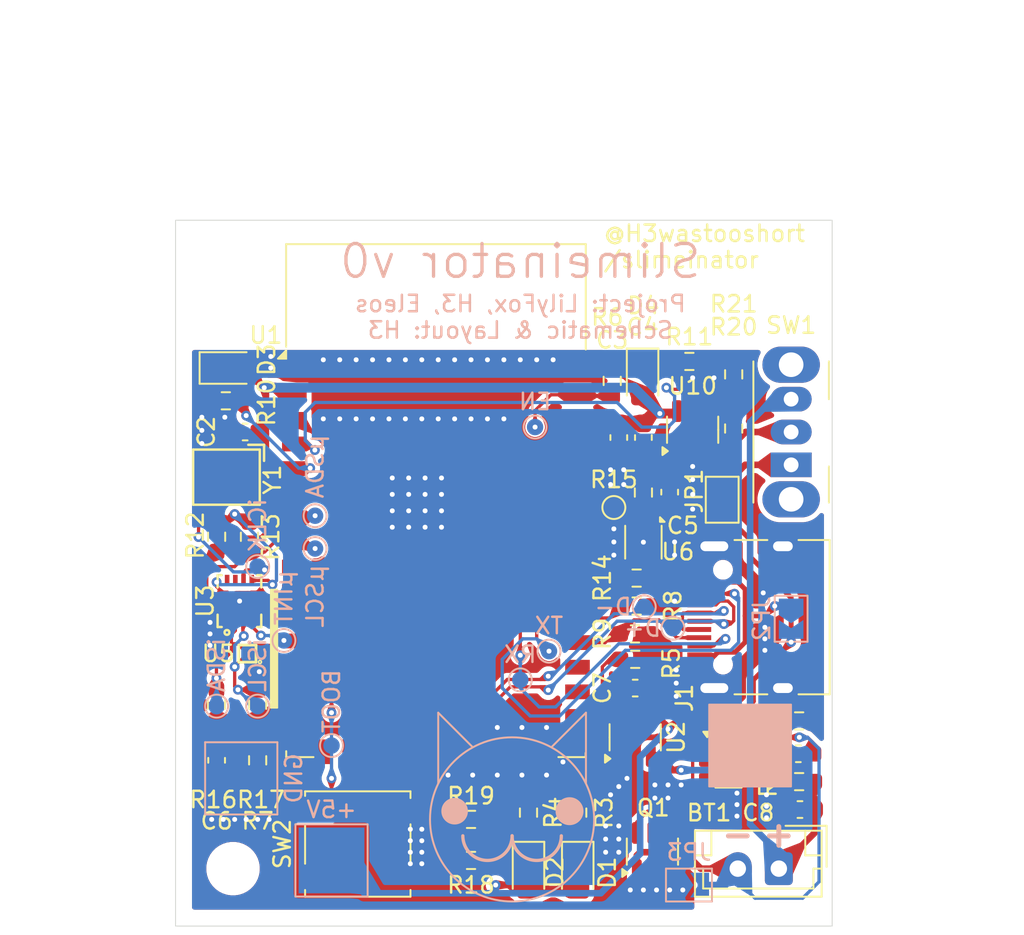
<source format=kicad_pcb>
(kicad_pcb (version 20241229) (generator "pcbnew") (generator_version "9.0")
  (title_block (title "Slimeinator") (rev "0"))
  (layers (0 "F.Cu" signal) (2 "B.Cu" signal) (13 "F.Paste" user) (15 "B.Paste" user) (5 "F.SilkS" user "F.Silkscreen") (7 "B.SilkS" user "B.Silkscreen") (1 "F.Mask" user) (3 "B.Mask" user) (25 "Edge.Cuts" user))
  (net 0 "")
  (net 1 "-BATT")
  (net 2 "+BATT")
  (net 3 "Net-(U7-VCC)")
  (net 4 "+5V")
  (net 5 "Net-(D1-K)")
  (net 6 "Net-(D2-K)")
  (net 7 "Net-(D3-K)")
  (net 8 "+3V3")
  (net 9 "/D-")
  (net 10 "GND")
  (net 11 "/D+")
  (net 12 "/RX")
  (net 13 "/TX")
  (net 14 "Net-(U7-CS)")
  (net 15 "Net-(U2-PROG)")
  (net 16 "/BOOT")
  (net 17 "Net-(U1-IO02)")
  (net 18 "/TMS")
  (net 22 "/TCK")
  (net 25 "/SCL")
  (net 26 "/SCL_IMU")
  (net 27 "/IMU_CLK")
  (net 28 "/INT")
  (net 31 "/SDA_IMU")
  (net 36 "/SDA")
  (net 37 "Net-(JP1-B)")
  (net 38 "VBUS")
  (net 40 "Net-(U6-EN)")
  (net 41 "Net-(U6-ILIM)")
  (net 47 "/TDO")
  (net 51 "/BAT_CHG")
  (net 52 "/BAT_FULL")
  (net 53 "Net-(D4-K)")
  (net 54 "+VSW")
  (net 55 "/TDI")
  (net 56 "/EN")
  (net 59 "Net-(U1-IO17)")
  (net 60 "Net-(U1-IO18)")
  (net 61 "/VBUS_FLT")
  (net 62 "Net-(Q1-G2)")
  (net 63 "Net-(Q1-G1)")
  (net 64 "/CC1")
  (net 65 "/CC2")
  (net 67 "/BAT_SENSE")
  (footprint "Resistor_SMD:R_0603_1608Metric_Pad0.98x0.95mm_HandSolder" (layer "F.Cu") (at 171 62.25)
    (property "Reference" "R5")
    (property "Value" "1k68")
  )
  (footprint "Resistor_SMD:R_0603_1608Metric_Pad0.98x0.95mm_HandSolder" (layer "F.Cu") (at 177 44.8875 90)
    (property "Reference" "R20")
    (property "Value" "1k")
  )
  (footprint "Capacitor_SMD:C_0603_1608Metric_Pad1.08x0.95mm_HandSolder" (layer "F.Cu") (at 171.5 48.7375 -90)
    (property "Reference" "C4")
    (property "Value" "10u")
  )
  (footprint "LED_SMD:LED_0805_2012Metric_Pad1.15x1.40mm_HandSolder" (layer "F.Cu") (at 167.5 75.225 -90)
    (property "Reference" "D1")
    (property "Value" "yellow")
  )
  (footprint "Jumper:SolderJumper-2_P1.3mm_Open_TrianglePad1.0x1.5mm" (layer "F.Cu") (at 176.3 52.525 90)
    (property "Reference" "JP1")
    (property "Value" "SolderJumper_2_Open")
  )
  (footprint "Capacitor_SMD:C_0603_1608Metric_Pad1.08x0.95mm_HandSolder" (layer "F.Cu") (at 173.1 52.0625 -90)
    (property "Reference" "C5")
    (property "Value" "100n")
  )
  (footprint "Capacitor_SMD:C_0603_1608Metric_Pad1.08x0.95mm_HandSolder" (layer "F.Cu") (at 180.9375 68)
    (property "Reference" "C1")
    (property "Value" "100n")
  )
  (footprint "Resistor_SMD:R_0603_1608Metric_Pad0.98x0.95mm_HandSolder" (layer "F.Cu") (at 171.0875 59)
    (property "Reference" "R8")
    (property "Value" "5k1")
  )
  (footprint "Resistor_SMD:R_0603_1608Metric_Pad0.98x0.95mm_HandSolder" (layer "F.Cu") (at 171.5 52.0875 90)
    (property "Reference" "R15")
    (property "Value" "150k")
  )
  (footprint "Capacitor_SMD:C_0603_1608Metric_Pad1.08x0.95mm_HandSolder" (layer "F.Cu") (at 170 48.7375 -90)
    (property "Reference" "C3")
    (property "Value" "100n")
  )
  (footprint "Connector_JST:JST_EH_B2B-EH-A_1x02_P2.50mm_Vertical" (layer "F.Cu") (at 179.75 75 180)
    (property "Reference" "BT1")
    (property "Value" "804040 Li-Po")
  )
  (footprint "Resistor_SMD:R_0603_1608Metric_Pad0.98x0.95mm_HandSolder" (layer "F.Cu") (at 145.5 54.7825 -90)
    (property "Reference" "R12")
    (property "Value" "4k7")
  )
  (footprint "Capacitor_SMD:C_0603_1608Metric_Pad1.08x0.95mm_HandSolder" (layer "F.Cu") (at 171 64 180)
    (property "Reference" "C7")
    (property "Value" "100n")
  )
  (footprint "Package_TO_SOT_SMD:SOT-23-6" (layer "F.Cu") (at 172.05 73.9625 90)
    (property "Reference" "Q1")
    (property "Value" "8205A")
  )
  (footprint "Resistor_SMD:R_0603_1608Metric_Pad0.98x0.95mm_HandSolder" (layer "F.Cu") (at 164.5 71.5875 90)
    (property "Reference" "R4")
    (property "Value" "1k")
  )
  (footprint "Resistor_SMD:R_0603_1608Metric_Pad0.98x0.95mm_HandSolder" (layer "F.Cu") (at 177 48.1875 90)
    (property "Reference" "R21")
    (property "Value" "1k")
  )
  (footprint "MountingHole:MountingHole_2.7mm_M2.5_ISO14580" (layer "F.Cu") (at 146.5 39)
    (property "Reference" "REF**" (hide yes))
    (property "Value" "MountingHole_2.7mm_M2.5_ISO14580")
  )
  (footprint "Resistor_SMD:R_0603_1608Metric_Pad0.98x0.95mm_HandSolder" (layer "F.Cu") (at 148 68.4 -90)
    (property "Reference" "R7")
    (property "Value" "1k")
  )
  (footprint "easyeda2kicad:X1-WLB0808-4_L0.8-W0.8-P0.40-TL" (layer "F.Cu") (at 147.380479 61.9 180)
    (property "Reference" "U5")
    (property "Value" "QMC6309")
  )
  (footprint "MountingHole:MountingHole_2.7mm_M2.5_ISO14580" (layer "F.Cu") (at 180.5 39)
    (property "Reference" "REF**" (hide yes))
    (property "Value" "MountingHole_2.7mm_M2.5_ISO14580")
  )
  (footprint "Capacitor_SMD:C_0603_1608Metric_Pad1.08x0.95mm_HandSolder" (layer "F.Cu") (at 181.0375 71.4 180)
    (property "Reference" "C8")
    (property "Value" "100n")
  )
  (footprint "LED_SMD:LED_0805_2012Metric_Pad1.15x1.40mm_HandSolder" (layer "F.Cu") (at 171.45 45.175 -90)
    (property "Reference" "D4")
    (property "Value" "white")
  )
  (footprint "Resistor_SMD:R_0603_1608Metric_Pad0.98x0.95mm_HandSolder" (layer "F.Cu") (at 180.9875 69.7)
    (property "Reference" "R2")
    (property "Value" "100")
  )
  (footprint "Resistor_SMD:R_0603_1608Metric_Pad0.98x0.95mm_HandSolder" (layer "F.Cu") (at 161 74.5)
    (property "Reference" "R18")
    (property "Value" "300k")
  )
  (footprint "Package_SON:WSON-6-1EP_2x2mm_P0.65mm_EP1x1.6mm" (layer "F.Cu") (at 171.5 55.1125 -90)
    (property "Reference" "U6")
    (property "Value" "TPS25200DRVR")
  )
  (footprint "LED_SMD:LED_0805_2012Metric_Pad1.15x1.40mm_HandSolder" (layer "F.Cu") (at 146.324293 44.499293)
    (property "Reference" "D3")
    (property "Value" "yellow")
  )
  (footprint "Resistor_SMD:R_0603_1608Metric_Pad0.98x0.95mm_HandSolder" (layer "F.Cu") (at 146.061793 46.499293)
    (property "Reference" "R10")
    (property "Value" "1k")
  )
  (footprint "Resistor_SMD:R_0603_1608Metric_Pad0.98x0.95mm_HandSolder" (layer "F.Cu") (at 147.5 54.7825 -90)
    (property "Reference" "R13")
    (property "Value" "4k7")
  )
  (footprint "easyeda2kicad:LGA-14_L3.0-W2.5-P0.50-TL" (layer "F.Cu") (at 146.89 58.7 90)
    (property "Reference" "U3")
    (property "Value" "ICM-45686")
  )
  (footprint "Resistor_SMD:R_0603_1608Metric_Pad0.98x0.95mm_HandSolder" (layer "F.Cu") (at 180.9875 66)
    (property "Reference" "R1")
    (property "Value" "1k")
  )
  (footprint "Resistor_SMD:R_0603_1608Metric_Pad0.98x0.95mm_HandSolder" (layer "F.Cu") (at 169.6 45.2875 -90)
    (property "Reference" "R6")
    (property "Value" "1k")
  )
  (footprint "easyeda2kicad:OSC-SMD_4P-L3.2-W2.5-CJ13-320001210A20" (layer "F.Cu") (at 146.1 51.15 180)
    (property "Reference" "Y1")
    (property "Value" "1532H4-32K768JWPDTSNL")
  )
  (footprint "TestPoint:TestPoint_Pad_D1.0mm" (layer "F.Cu") (at 169.7 53)
    (property "Reference" "TP14" (hide yes))
    (property "Value" "VBUS_FLT")
  )
  (footprint "Capacitor_SMD:C_0603_1608Metric_Pad1.08x0.95mm_HandSolder" (layer "F.Cu") (at 145.5 68.4 -90)
    (property "Reference" "C6")
    (property "Value" "1u")
  )
  (footprint "Button_Switch_THT:SW_Slide_SPDT_Angled_CK_OS102011MA1Q" (layer "F.Cu") (at 180.5 50.4 90)
    (property "Reference" "SW1")
    (property "Value" "SK12D07VG4")
  )
  (footprint "Resistor_SMD:R_0603_1608Metric_Pad0.98x0.95mm_HandSolder" (layer "F.Cu") (at 174.3 44.1)
    (property "Reference" "R11")
    (property "Value" "1k")
  )
  (footprint "MountingHole:MountingHole_2.7mm_M2.5_ISO14580" (layer "F.Cu") (at 146.5 75)
    (property "Reference" "REF**" (hide yes))
    (property "Value" "MountingHole_2.7mm_M2.5_ISO14580")
  )
  (footprint "Package_TO_SOT_SMD:SOT-23-6" (layer "F.Cu") (at 176.6875 68.5)
    (property "Reference" "U7")
    (property "Value" "DW01A")
  )
  (footprint "Resistor_SMD:R_0603_1608Metric_Pad0.98x0.95mm_HandSolder" (layer "F.Cu") (at 167.5 71.5875 90)
    (property "Reference" "R3")
    (property "Value" "1k")
  )
  (footprint "Button_Switch_SMD:SW_Push_1P1T_NO_CK_KSC7xxJ" (layer "F.Cu") (at 154.1 73.5 180)
    (property "Reference" "SW2")
    (property "Value" "SW_Push")
  )
  (footprint "Resistor_SMD:R_0603_1608Metric_Pad0.98x0.95mm_HandSolder" (layer "F.Cu") (at 145.49 65.0125 90)
    (property "Reference" "R16")
    (property "Value" "4k7")
  )
  (footprint "Package_TO_SOT_SMD:SOT-23-5" (layer "F.Cu") (at 174.499293 48.2625 90)
    (property "Reference" "U10")
    (property "Value" "AP2112K-3.3")
  )
  (footprint "Resistor_SMD:R_0603_1608Metric_Pad0.98x0.95mm_HandSolder" (layer "F.Cu") (at 171.0865 57.3 180)
    (property "Reference" "R14")
    (property "Value" "300k")
  )
  (footprint "Package_TO_SOT_SMD:TSOT-23-6" (layer "F.Cu") (at 171 67 90)
    (property "Reference" "U2")
    (property "Value" "TP4057")
  )
  (footprint "Resistor_SMD:R_0603_1608Metric_Pad0.98x0.95mm_HandSolder" (layer "F.Cu") (at 161 72)
    (property "Reference" "R19")
    (property "Value" "300k")
  )
  (footprint "LED_SMD:LED_0805_2012Metric_Pad1.15x1.40mm_HandSolder" (layer "F.Cu") (at 164.5 75.225 -90)
    (property "Reference" "D2")
    (property "Value" "white")
  )
  (footprint "Resistor_SMD:R_0603_1608Metric_Pad0.98x0.95mm_HandSolder" (layer "F.Cu") (at 148 65.0125 90)
    (property "Reference" "R17")
    (property "Value" "4k7")
  )
  (footprint "RF_Module:ESP32-S2-WROVER" (layer "F.Cu") (at 158.86 56.405)
    (property "Reference" "U1")
    (property "Value" "ESP32-S2-WROVER")
  )
  (footprint "Connector_USB:USB_C_Receptacle_HRO_TYPE-C-31-M-12" (layer "F.Cu") (at 178.95 59.68 90)
    (property "Reference" "J1")
    (property "Value" "HRO_TYPE-C-31-M-12")
  )
  (footprint "Capacitor_SMD:C_0603_1608Metric_Pad1.08x0.95mm_HandSolder" (layer "F.Cu") (at 147.2375 48.399 180)
    (property "Reference" "C2")
    (property "Value" "100n")
  )
  (footprint "Resistor_SMD:R_0603_1608Metric_Pad0.98x0.95mm_HandSolder" (layer "F.Cu") (at 170.9875 60.7)
    (property "Reference" "R9")
    (property "Value" "5k1")
  )
  (footprint "TestPoint:TestPoint_Pad_D1.0mm" (layer "B.Cu") (at 151.5 55.5 180)
    (property "Reference" "TP4" (hide yes))
    (property "Value" "µSCL")
  )
  (footprint "TestPoint:TestPoint_Pad_4.0x4.0mm" (layer "B.Cu") (at 152.5 74.499293 90)
    (property "Reference" "TP2")
    (property "Value" "+5V")
  )
  (footprint "TestPoint:TestPoint_Pad_D1.0mm" (layer "B.Cu") (at 148.000707 65.1)
    (property "Reference" "TP7" (hide yes))
    (property "Value" "iSCL")
  )
  (footprint "TestPoint:TestPoint_Pad_D1.0mm" (layer "B.Cu") (at 149.599 61.099293)
    (property "Reference" "TP5" (hide yes))
    (property "Value" "µINT")
  )
  (footprint "TestPoint:TestPoint_Pad_D1.0mm" (layer "B.Cu") (at 165.749293 61.750707)
    (property "Reference" "TP12" (hide yes))
    (property "Value" "TX")
  )
  (footprint "TestPoint:TestPoint_Pad_D1.0mm" (layer "B.Cu") (at 171.55 59.05 180)
    (property "Reference" "TP8" (hide yes))
    (property "Value" "D-")
  )
  (footprint "H3_Other:PCBcat" (layer "B.Cu") (at 163.5 72 180)
    (property "Reference" "CAT**" (hide yes))
    (property "Value" "PCBcat" (hide yes))
  )
  (footprint "TestPoint:TestPoint_Pad_D1.0mm" (layer "B.Cu") (at 164 63.5)
    (property "Reference" "TP13" (hide yes))
    (property "Value" "RX")
  )
  (footprint "TestPoint:TestPoint_Pad_4.0x4.0mm" (layer "B.Cu") (at 147 69.5 90)
    (property "Reference" "TP1" (hide yes))
    (property "Value" "GND")
  )
  (footprint "Jumper:SolderJumper-2_P1.3mm_Open_TrianglePad1.0x1.5mm" (layer "B.Cu") (at 174.275 76)
    (property "Reference" "JP3")
    (property "Value" "SolderJumper_2_Open")
  )
  (footprint "Jumper:SolderJumper-2_P1.3mm_Open_TrianglePad1.0x1.5mm" (layer "B.Cu") (at 180.5 59.775 -90)
    (property "Reference" "JP2")
    (property "Value" "SolderJumper_2_Open")
  )
  (footprint "TestPoint:TestPoint_Pad_D1.0mm" (layer "B.Cu") (at 145.5 65.1)
    (property "Reference" "TP6" (hide yes))
    (property "Value" "iSDA")
  )
  (footprint "TestPoint:TestPoint_Pad_D1.0mm" (layer "B.Cu") (at 148 56.6)
    (property "Reference" "TP15" (hide yes))
    (property "Value" "iCLK")
  )
  (footprint "TestPoint:TestPoint_Pad_D1.0mm" (layer "B.Cu") (at 164.9 48.1)
    (property "Reference" "TP10" (hide yes))
    (property "Value" "EN")
  )
  (footprint "TestPoint:TestPoint_Pad_D1.0mm" (layer "B.Cu") (at 173.3 60.35)
    (property "Reference" "TP9" (hide yes))
    (property "Value" "D+")
  )
  (footprint "TestPoint:TestPoint_Pad_D1.0mm" (layer "B.Cu") (at 152.5 67.501)
    (property "Reference" "TP11" (hide yes))
    (property "Value" "BOOT")
  )
  (footprint "TestPoint:TestPoint_Pad_D1.0mm" (layer "B.Cu") (at 151.5 53.5)
    (property "Reference" "TP3" (hide yes))
    (property "Value" "µSDA")
  )
  (gr_rect (start 148.8 58) (end 149.2 65.2) (stroke (width 0.1)) (fill yes) (layer "F.SilkS"))
  (gr_rect (start 175.5 65) (end 180.5 70) (stroke (width 0.1)) (fill yes) (layer "B.SilkS"))
  (gr_rect (start 143 35.5) (end 183 78.5) (stroke (width 0.05)) (fill no) (layer "Edge.Cuts"))
  (gr_text "@H3wastooshort\n/slimeinator" (at 169 38.5 0) (layer "F.SilkS") (effects (font (size 1 1)) (justify left bottom)))
  (gr_text "-" (at 177.25 72.9 0) (layer "B.SilkS") (effects (font (size 1.5 1.5) (thickness 0.3) (bold yes)) (justify mirror)))
  (gr_text "+" (at 179.75 72.9 0) (layer "B.SilkS") (effects (font (size 1.5 1.5) (thickness 0.3) (bold yes)) (justify mirror)))
  (gr_text "Slimeinator v0" (at 164 38 0) (layer "B.SilkS") (effects (font (size 2 2) (thickness 0.2)) (justify mirror)))
  (gr_text "Project: LilyFox, H3, Eleos\nSchematic & Layout: H3" (at 164 40 0) (layer "B.SilkS") (effects (font (size 1 1)) (justify top mirror)))
  (segment (start 181.8 67.3) (end 181.8 68) (width 0.2) (layer "F.Cu") (net 1))
  (segment (start 181 67) (end 181.5 67) (width 0.2) (layer "F.Cu") (net 1))
  (segment (start 177.825 67.55) (end 178.375 67) (width 0.2) (layer "F.Cu") (net 1))
  (segment (start 171.3 74) (end 171.1 74.2) (width 0.4) (layer "F.Cu") (net 1))
  (segment (start 181.5 67) (end 181.8 67.3) (width 0.2) (layer "F.Cu") (net 1))
  (segment (start 174 74) (end 171.3 74) (width 0.4) (layer "F.Cu") (net 1))
  (segment (start 171.1 74.2) (end 171.1 75.1) (width 0.4) (layer "F.Cu") (net 1))
  (segment (start 178.375 67) (end 181 67) (width 0.2) (layer "F.Cu") (net 1))
  (segment (start 177.25 75) (end 175 75) (width 0.4) (layer "F.Cu") (net 1))
  (segment (start 175 75) (end 174 74) (width 0.4) (layer "F.Cu") (net 1))
  (via (at 181 67) (size 0.6) (drill 0.3) (layers "F.Cu" "B.Cu") (net 1))
  (segment (start 177.25 75) (end 177.25 75.25) (width 0.4) (layer "B.Cu") (net 1))
  (segment (start 181 67) (end 181.5 67) (width 0.2) (layer "B.Cu") (net 1))
  (segment (start 182.2 75.8) (end 181.2 76.8) (width 0.2) (layer "B.Cu") (net 1))
  (segment (start 176.5 76) (end 175 76) (width 0.4) (layer "B.Cu") (net 1))
  (segment (start 177.25 75.25) (end 176.5 76) (width 0.4) (layer "B.Cu") (net 1))
  (segment (start 177.25 75.75) (end 177.25 75) (width 0.2) (layer "B.Cu") (net 1))
  (segment (start 182.2 67.7) (end 182.2 75.8) (width 0.2) (layer "B.Cu") (net 1))
  (segment (start 181.5 67) (end 182.2 67.7) (width 0.2) (layer "B.Cu") (net 1))
  (segment (start 181.2 76.8) (end 178.3 76.8) (width 0.2) (layer "B.Cu") (net 1))
  (segment (start 178.3 76.8) (end 177.25 75.75) (width 0.2) (layer "B.Cu") (net 1))
  (segment (start 181.9 71.4) (end 181.9 69.7) (width 0.2) (layer "F.Cu") (net 2))
  (segment (start 173.8 69) (end 173.3 69) (width 0.4) (layer "F.Cu") (net 2))
  (segment (start 181.9 72.85) (end 181.9 71.4) (width 0.4) (layer "F.Cu") (net 2))
  (segment (start 173.3 69) (end 172.4375 68.1375) (width 0.4) (layer "F.Cu") (net 2))
  (segment (start 181.9 72.85) (end 179.75 75) (width 0.4) (layer "F.Cu") (net 2))
  (segment (start 172.4375 68.1375) (end 171.95 68.1375) (width 0.4) (layer "F.Cu") (net 2))
  (via (at 173.8 69) (size 0.6) (drill 0.3) (layers "F.Cu" "B.Cu") (net 2))
  (segment (start 178 72.3) (end 179.1 73.4) (width 0.4) (layer "B.Cu") (net 2))
  (segment (start 178.9 46.9) (end 178 47.8) (width 0.4) (layer "B.Cu") (net 2))
  (segment (start 178 47.8) (end 178 69) (width 0.4) (layer "B.Cu") (net 2))
  (segment (start 179.1 73.4) (end 179.1 74.35) (width 0.4) (layer "B.Cu") (net 2))
  (segment (start 178 69) (end 173.8 69) (width 0.4) (layer "B.Cu") (net 2))
  (segment (start 178 69) (end 178 72.3) (width 0.4) (layer "B.Cu") (net 2))
  (segment (start 179.1 74.35) (end 179.75 75) (width 0.4) (layer "B.Cu") (net 2))
  (segment (start 180.5 46.9) (end 178.9 46.9) (width 0.4) (layer "B.Cu") (net 2))
  (segment (start 177.825 68.5) (end 179.775 68.5) (width 0.2) (layer "F.Cu") (net 3))
  (segment (start 180.075 69.7) (end 180.075 68) (width 0.2) (layer "F.Cu") (net 3))
  (segment (start 179.775 68.5) (end 180.275 68) (width 0.2) (layer "F.Cu") (net 3))
  (segment (start 180.275 69.9) (end 180.175 70) (width 0.2) (layer "F.Cu") (net 3))
  (segment (start 180.5 61.2) (end 180.5 58.5) (width 0.3) (layer "F.Cu") (net 4))
  (segment (start 178 54.95) (end 176.3 53.25) (width 0.3) (layer "F.Cu") (net 4))
  (segment (start 172.15 54.15) (end 172.15 54.225) (width 0.3) (layer "F.Cu") (net 4))
  (segment (start 180.5 58.5) (end 178 56) (width 0.3) (layer "F.Cu") (net 4))
  (segment (start 171.95 65.8625) (end 171.95 64.0875) (width 0.4) (layer "F.Cu") (net 4))
  (segment (start 178 56) (end 178 54.95) (width 0.3) (layer "F.Cu") (net 4))
  (segment (start 178.2 63.5) (end 178.2 64.8) (width 0.3) (layer "F.Cu") (net 4))
  (segment (start 174.2 65.3) (end 173 66.5) (width 0.3) (layer "F.Cu") (net 4))
  (segment (start 175.35 54.2) (end 172.2 54.2) (width 0.3) (layer "F.Cu") (net 4))
  (segment (start 167.5 76.5) (end 167.6 76.5) (width 0.2) (layer "F.Cu") (net 4))
  (segment (start 167.85 76.25) (end 167.5 76.25) (width 0.4) (layer "F.Cu") (net 4))
  (segment (start 173 66.5) (end 173 66.4) (width 0.4) (layer "F.Cu") (net 4))
  (segment (start 172.4625 65.8625) (end 171.95 65.8625) (width 0.4) (layer "F.Cu") (net 4))
  (segment (start 172.2 54.2) (end 172.15 54.15) (width 0.3) (layer "F.Cu") (net 4))
  (segment (start 178.2 64.8) (end 177.7 65.3) (width 0.3) (layer "F.Cu") (net 4))
  (segment (start 167.85 76.25) (end 164.5 76.25) (width 0.4) (layer "F.Cu") (net 4))
  (segment (start 171.95 64.0875) (end 171.8625 64) (width 0.4) (layer "F.Cu") (net 4))
  (segment (start 176.3 53.25) (end 175.35 54.2) (width 0.3) (layer "F.Cu") (net 4))
  (segment (start 180.5 61.2) (end 178.2 63.5) (width 0.3) (layer "F.Cu") (net 4))
  (segment (start 173 66.4) (end 172.4625 65.8625) (width 0.4) (layer "F.Cu") (net 4))
  (segment (start 177.7 65.3) (end 174.2 65.3) (width 0.3) (layer "F.Cu") (net 4))
  (segment (start 164.25 76) (end 164.5 76.25) (width 0.4) (layer "F.Cu") (net 4))
  (segment (start 162.5 76) (end 164.25 76) (width 0.4) (layer "F.Cu") (net 4))
  (via (at 162.5 76) (size 0.6) (drill 0.3) (layers "F.Cu" "B.Cu") (net 4))
  (via (at 173 66.5) (size 0.6) (drill 0.3) (layers "F.Cu" "B.Cu") (net 4))
  (via (at 180.5 61.2) (size 0.6) (drill 0.3) (layers "F.Cu" "B.Cu") (net 4))
  (segment (start 162.5 76.5) (end 162.5 76) (width 0.4) (layer "B.Cu") (net 4))
  (segment (start 162.5 76.5) (end 154.500707 76.5) (width 0.4) (layer "B.Cu") (net 4))
  (segment (start 162.5 76.5) (end 168.9 76.5) (width 0.4) (layer "B.Cu") (net 4))
  (segment (start 154.500707 76.5) (end 152.5 74.499293) (width 0.4) (layer "B.Cu") (net 4))
  (segment (start 171.3 68.2) (end 173 66.5) (width 0.4) (layer "B.Cu") (net 4))
  (segment (start 171.3 74.1) (end 171.3 68.2) (width 0.4) (layer "B.Cu") (net 4))
  (segment (start 168.9 76.5) (end 171.3 74.1) (width 0.4) (layer "B.Cu") (net 4))
  (segment (start 167.5 74.2) (end 167.5 72.5) (width 0.2) (layer "F.Cu") (net 5))
  (segment (start 164.5 74.2) (end 164.5 72.5) (width 0.2) (layer "F.Cu") (net 6))
  (segment (start 145.149293 44.499293) (end 145.149293 46.499293) (width 0.2) (layer "F.Cu") (net 7))
  (segment (start 147.749293 48.58) (end 147.749293 48.599293) (width 0.4) (layer "F.Cu") (net 8))
  (segment (start 148.482 59.2) (end 148.9 58.782) (width 0.2) (layer "F.Cu") (net 8))
  (segment (start 148.64 57.44) (end 148.9 57.7) (width 0.2) (layer "F.Cu") (net 8))
  (segment (start 145.475 67.94) (end 145.49 67.925) (width 0.2) (layer "F.Cu") (net 8))
  (segment (start 145.49 65.925) (end 145.49 67.5275) (width 0.2) (layer "F.Cu") (net 8))
  (segment (start 148.5 48.5) (end 148.5 52) (width 0.4) (layer "F.Cu") (net 8))
  (segment (start 173.4625 47.275) (end 173.55 47.3625) (width 0.6) (layer "F.Cu") (net 8))
  (segment (start 149.07 45.7) (end 149.5 46.13) (width 0.6) (layer "F.Cu") (net 8))
  (segment (start 145.88 58.2) (end 145.5 57.82) (width 0.2) (layer "F.Cu") (net 8))
  (segment (start 169.6 44.375) (end 169.625 44.375) (width 0.2) (layer "F.Cu") (net 8))
  (segment (start 171.5 47.775) (end 170 47.775) (width 0.6) (layer "F.Cu") (net 8))
  (segment (start 145.5 67.935) (end 145.49 67.925) (width 0.2) (layer "F.Cu") (net 8))
  (segment (start 148.5 47.6) (end 148.5 48.5) (width 0.4) (layer "F.Cu") (net 8))
  (segment (start 149.5 46.13) (end 150.235 46.13) (width 0.6) (layer "F.Cu") (net 8))
  (segment (start 146.13 53.87) (end 146.6 53.4) (width 0.4) (layer "F.Cu") (net 8))
  (segment (start 147.580479 61.7) (end 147.880479 61.4) (width 0.2) (layer "F.Cu") (net 8))
  (segment (start 147.9 59.2) (end 148.482 59.2) (width 0.2) (layer "F.Cu") (net 8))
  (segment (start 172.5 47.25) (end 171.45 46.2) (width 0.6) (layer "F.Cu") (net 8))
  (segment (start 145.5 53.87) (end 146.13 53.87) (width 0.4) (layer "F.Cu") (net 8))
  (segment (start 148.9 58.782) (end 148.9 60.380479) (width 0.2) (layer "F.Cu") (net 8))
  (segment (start 146.65 52.25) (end 146.6 52.2) (width 0.2) (layer "F.Cu") (net 8))
  (segment (start 148.4 45.7) (end 148.5 45.8) (width 0.4) (layer "F.Cu") (net 8))
  (segment (start 148 65.925) (end 148 67.6) (width 0.2) (layer "F.Cu") (net 8))
  (segment (start 145.5 57.82) (end 145.5 57.548) (width 0.2) (layer "F.Cu") (net 8))
  (segment (start 147.5 53.87) (end 147.07 53.87) (width 0.4) (layer "F.Cu") (net 8))
  (segment (start 148.5 52) (end 148.5 52.87) (width 0.4) (layer "F.Cu") (net 8))
  (segment (start 148.9 58.782) (end 148.9 57.7) (width 0.2) (layer "F.Cu") (net 8))
  (segment (start 145.5 66.09) (end 145.49 66.1) (width 0.2) (layer "F.Cu") (net 8))
  (segment (start 172.5 47.275) (end 173.4625 47.275) (width 0.6) (layer "F.Cu") (net 8))
  (segment (start 147.64 57.44) (end 148.64 57.44) (width 0.2) (layer "F.Cu") (net 8))
  (segment (start 148.4 45.7) (end 147.199293 44.499293) (width 0.3) (layer "F.Cu") (net 8))
  (segment (start 146.6 53.4) (end 146.6 53.35) (width 0.2) (layer "F.Cu") (net 8))
  (segment (start 147.880479 61.4) (end 148.9 61.4) (width 0.2) (layer "F.Cu") (net 8))
  (segment (start 169.625 44.375) (end 171.45 46.2) (width 0.2) (layer "F.Cu") (net 8))
  (segment (start 172 47.275) (end 171.5 47.775) (width 0.6) (layer "F.Cu") (net 8))
  (segment (start 148.4 45.7) (end 149.07 45.7) (width 0.6) (layer "F.Cu") (net 8))
  (segment (start 145.49 67.5275) (end 145.5 67.5375) (width 0.2) (layer "F.Cu") (net 8))
  (segment (start 172.5 47.275) (end 172.5 47.25) (width 0.6) (layer "F.Cu") (net 8))
  (segment (start 148.9 65.025) (end 148 65.925) (width 0.2) (layer "F.Cu") (net 8))
  (segment (start 148.5 52.87) (end 147.5 53.87) (width 0.4) (layer "F.Cu") (net 8))
  (segment (start 147.07 53.87) (end 146.6 53.4) (width 0.4) (layer "F.Cu") (net 8))
  (segment (start 148.5 52) (end 147.2 52) (width 0.4) (layer "F.Cu") (net 8))
  (segment (start 148.9 61.4) (end 148.9 65.025) (width 0.2) (layer "F.Cu") (net 8))
  (segment (start 172.5 47.275) (end 172 47.275) (width 0.6) (layer "F.Cu") (net 8))
  (segment (start 148.9 60.380479) (end 148.9 61.4) (width 0.2) (layer "F.Cu") (net 8))
  (segment (start 148.5 45.8) (end 148.5 47.6) (width 0.4) (layer "F.Cu") (net 8))
  (segment (start 148 65.925) (end 145.49 65.925) (width 0.4) (layer "F.Cu") (net 8))
  (via (at 145.5 57.548) (size 0.6) (drill 0.3) (layers "F.Cu" "B.Cu") (net 8))
  (via (at 146.6 53.4) (size 0.6) (drill 0.3) (layers "F.Cu" "B.Cu") (net 8))
  (via (at 148.4 45.7) (size 0.6) (drill 0.3) (layers "F.Cu" "B.Cu") (net 8))
  (via (at 148.9 57.7) (size 0.6) (drill 0.3) (layers "F.Cu" "B.Cu") (net 8))
  (via (at 172.5 47.275) (size 0.6) (drill 0.3) (layers "F.Cu" "B.Cu") (net 8))
  (segment (start 149.146238 55.946238) (end 149.146238 57.453762) (width 0.2) (layer "B.Cu") (net 8))
  (segment (start 146.6 53.4) (end 149.146238 55.946238) (width 0.2) (layer "B.Cu") (net 8))
  (segment (start 149.146238 57.453762) (end 148.9 57.7) (width 0.2) (layer "B.Cu") (net 8))
  (segment (start 148.304 57.7) (end 145.652 57.7) (width 0.2) (layer "B.Cu") (net 8))
  (segment (start 148.9 57.7) (end 148.304 57.7) (width 0.2) (layer "B.Cu") (net 8))
  (segment (start 172.5 47.27) (end 172.5 47.275) (width 0.6) (layer "B.Cu") (net 8))
  (segment (start 170.93 45.7) (end 172.5 47.27) (width 0.6) (layer "B.Cu") (net 8))
  (segment (start 148.4 45.7) (end 170.93 45.7) (width 0.6) (layer "B.Cu") (net 8))
  (segment (start 145.652 57.7) (end 145.5 57.548) (width 0.2) (layer "B.Cu") (net 8))
  (segment (start 176.145602 59.3) (end 176.015602 59.43) (width 0.2) (layer "F.Cu") (net 9))
  (segment (start 176.015602 59.43) (end 174.905 59.43) (width 0.2) (layer "F.Cu") (net 9))
  (segment (start 160.135 66.546802) (end 163.206803 63.474999) (width 0.2) (layer "F.Cu") (net 9))
  (segment (start 159.61 67.88) (end 159.61 67.58) (width 0.2) (layer "F.Cu") (net 9))
  (segment (start 160.135 67.055) (end 160.135 66.546802) (width 0.2) (layer "F.Cu") (net 9))
  (segment (start 173.928 60.43) (end 174.905 60.43) (width 0.2) (layer "F.Cu") (net 9))
  (segment (start 159.61 67.58) (end 160.135 67.055) (width 0.2) (layer "F.Cu") (net 9))
  (segment (start 173.928 59.43) (end 173.879 59.479) (width 0.2) (layer "F.Cu") (net 9))
  (segment (start 173.879 60.381) (end 173.928 60.43) (width 0.2) (layer "F.Cu") (net 9))
  (segment (start 163.206803 63.474999) (end 165.500001 63.474999) (width 0.2) (layer "F.Cu") (net 9))
  (segment (start 176.4 59.3) (end 176.145602 59.3) (width 0.2) (layer "F.Cu") (net 9))
  (segment (start 165.500001 63.474999) (end 165.7 63.275) (width 0.2) (layer "F.Cu") (net 9))
  (segment (start 173.879 59.479) (end 173.879 60.381) (width 0.2) (layer "F.Cu") (net 9))
  (segment (start 174.905 59.43) (end 173.928 59.43) (width 0.2) (layer "F.Cu") (net 9))
  (via (at 176.4 59.3) (size 0.6) (drill 0.3) (layers "F.Cu" "B.Cu") (net 9))
  (via (at 165.7 63.275) (size 0.6) (drill 0.3) (layers "F.Cu" "B.Cu") (net 9))
  (segment (start 175.970603 59.474999) (end 171.55 59.474999) (width 0.2) (layer "B.Cu") (net 9))
  (segment (start 171.55 59.05) (end 171.55 59.474999) (width 0.2) (layer "B.Cu") (net 9))
  (segment (start 169.900001 59.474999) (end 169.9 59.475) (width 0.2) (layer "B.Cu") (net 9))
  (segment (start 176.4 59.3) (end 176.145602 59.3) (width 0.2) (layer "B.Cu") (net 9))
  (segment (start 169.713603 59.475) (end 165.913603 63.275) (width 0.2) (layer "B.Cu") (net 9))
  (segment (start 169.9 59.475) (end 169.713603 59.475) (width 0.2) (layer "B.Cu") (net 9))
  (segment (start 171.55 59.474999) (end 169.900001 59.474999) (width 0.2) (layer "B.Cu") (net 9))
  (segment (start 165.913603 63.275) (end 165.7 63.275) (width 0.2) (layer "B.Cu") (net 9))
  (segment (start 176.145602 59.3) (end 175.970603 59.474999) (width 0.2) (layer "B.Cu") (net 9))
  (segment (start 174.5 49.6375) (end 174.5 50.5) (width 0.6) (layer "F.Cu") (net 10))
  (segment (start 174.5 51.3) (end 174.5 53.1) (width 0.6) (layer "F.Cu") (net 10))
  (segment (start 172.07 60.93) (end 172 61) (width 0.2) (layer "F.Cu") (net 10))
  (segment (start 174.5 50.5) (end 174.5 51.3) (width 0.6) (layer "F.Cu") (net 10))
  (segment (start 170.05 64.125) (end 170.175 64) (width 0.2) (layer "F.Cu") (net 10))
  (segment (start 171 69) (end 170.5 69.5) (width 0.6) (layer "F.Cu") (net 10))
  (segment (start 170 70) (end 169.5 70.5) (width 0.6) (layer "F.Cu") (net 10))
  (segment (start 170.5 69.5) (end 170 70) (width 0.6) (layer "F.Cu") (net 10))
  (segment (start 145.49 69.69) (end 145.5 69.7) (width 0.2) (layer "F.Cu") (net 10))
  (segment (start 147.580479 62.1) (end 148.280479 62.8) (width 0.2) (layer "F.Cu") (net 10))
  (segment (start 171.5 56) (end 171.5 55.1125) (width 0.4) (layer "F.Cu") (net 10))
  (segment (start 171 68.1375) (end 171 69) (width 0.6) (layer "F.Cu") (net 10))
  (via (at 158.2 53.2) (size 0.6) (drill 0.3) (layers "F.Cu" "B.Cu") (net 10))
  (via (at 164 44) (size 0.6) (drill 0.3) (layers "F.Cu" "B.Cu") (net 10))
  (via (at 173.4 55.9) (size 0.6) (drill 0.3) (layers "F.Cu" "B.Cu") (net 10))
  (via (at 165 44) (size 0.6) (drill 0.3) (layers "F.Cu" "B.Cu") (net 10))
  (via (at 171.5 76.3) (size 0.6) (drill 0.3) (layers "F.Cu" "B.Cu") (net 10))
  (via (at 152 47.6) (size 0.6) (drill 0.3) (layers "F.Cu" "B.Cu") (net 10))
  (via (at 160 47.6) (size 0.6) (drill 0.3) (layers "F.Cu" "B.Cu") (net 10))
  (via (at 164.1 66.4) (size 0.6) (drill 0.3) (layers "F.Cu" "B.Cu") (net 10))
  (via (at 172.2 70.7) (size 0.6) (drill 0.3) (layers "F.Cu" "B.Cu") (net 10))
  (via (at 169.7 55.1) (size 0.6) (drill 0.3) (layers "F.Cu" "B.Cu") (net 10))
  (via (at 170.3 51.6) (size 0.6) (drill 0.3) (layers "F.Cu" "B.Cu") (net 10))
  (via (at 173.8 69.9) (size 0.6) (drill 0.3) (layers "F.Cu" "B.Cu") (net 10))
  (via (at 156.2 52.2) (size 0.6) (drill 0.3) (layers "F.Cu" "B.Cu") (net 10))
  (via (at 175.8 45.1) (size 0.6) (drill 0.3) (layers "F.Cu" "B.Cu") (net 10))
  (via (at 166.6 68.5) (size 0.6) (drill 0.3) (layers "F.Cu" "B.Cu") (net 10))
  (via (at 158 74.7) (size 0.6) (drill 0.3) (layers "F.Cu" "B.Cu") (net 10))
  (via (at 158 73.3) (size 0.6) (drill 0.3) (layers "F.Cu" "B.Cu") (net 10))
  (via (at 179 70.5) (size 0.6) (drill 0.3) (layers "F.Cu" "B.Cu") (net 10))
  (via (at 174.5 53.1) (size 0.6) (drill 0.3) (layers "F.Cu" "B.Cu") (net 10))
  (via (at 174.5 52.2) (size 0.6) (drill 0.3) (layers "F.Cu" "B.Cu") (net 10))
  (via (at 156 47.6) (size 0.6) (drill 0.3) (layers "F.Cu" "B.Cu") (net 10))
  (via (at 158 72.6) (size 0.6) (drill 0.3) (layers "F.Cu" "B.Cu") (net 10))
  (via (at 169.5 70.5) (size 0.6) (drill 0.3) (layers "F.Cu" "B.Cu") (net 10))
  (via (at 159.2 52.2) (size 0.6) (drill 0.3) (layers "F.Cu" "B.Cu") (net 10))
  (via (at 144.6 49.1) (size 0.6) (drill 0.3) (layers "F.Cu" "B.Cu") (net 10))
  (via (at 177.2 71.1) (size 0.6) (drill 0.3) (layers "F.Cu" "B.Cu") (net 10))
  (via (at 179 71.9) (size 0.6) (drill 0.3) (layers "F.Cu" "B.Cu") (net 10))
  (via (at 162 47.6) (size 0.6) (drill 0.3) (layers "F.Cu" "B.Cu") (net 10))
  (via (at 178.9 60.3) (size 0.6) (drill 0.3) (layers "F.Cu" "B.Cu") (net 10))
  (via (at 162 44) (size 0.6) (drill 0.3) (layers "F.Cu" "B.Cu") (net 10))
  (via (at 169.2 73.2) (size 0.6) (drill 0.3) (layers "F.Cu" "B.Cu") (net 10))
  (via (at 165.6 66.4) (size 0.6) (drill 0.3) (layers "F.Cu" "B.Cu") (net 10))
  (via (at 174.5 45.1) (size 0.6) (drill 0.3) (layers "F.Cu" "B.Cu") (net 10))
  (via (at 172.3 76.3) (size 0.6) (drill 0.3) (layers "F.Cu" "B.Cu") (net 10))
  (via (at 159.2 51.2) (size 0.6) (drill 0.3) (layers "F.Cu" "B.Cu") (net 10))
  (via (at 156.2 51.2) (size 0.6) (drill 0.3) (layers "F.Cu" "B.Cu") (net 10))
  (via (at 173.4 55.1) (size 0.6) (drill 0.3) (layers "F.Cu" "B.Cu") (net 10))
  (via (at 171.5 55.1125) (size 0.6) (drill 0.3) (layers "F.Cu" "B.Cu") (net 10))
  (via (at 156.2 53.2) (size 0.6) (drill 0.3) (layers "F.Cu" "B.Cu") (net 10))
  (via (at 178.9 61.7) (size 0.6) (drill 0.3) (layers "F.Cu" "B.Cu") (net 10))
  (via (at 170 73.2) (size 0.6) (drill 0.3) (layers "F.Cu" "B.Cu") (net 10))
  (via (at 161 47.6) (size 0.6) (drill 0.3) (layers "F.Cu" "B.Cu") (net 10))
  (via (at 159 44) (size 0.6) (drill 0.3) (layers "F.Cu" "B.Cu") (net 10))
  (via (at 158 74) (size 0.6) (drill 0.3) (layers "F.Cu" "B.Cu") (net 10))
  (via (at 173.5 63.7) (size 0.6) (drill 0.3) (layers "F.Cu" "B.Cu") (net 10))
  (via (at 145.1 60.7) (size 0.6) (drill 0.3) (layers "F.Cu" "B.Cu") (net 10))
  (via (at 157.3 74) (size 0.6) (drill 0.3) (layers "F.Cu" "B.Cu") (net 10))
  (via (at 170 72.4) (size 0.6) (drill 0.3) (layers "F.Cu" "B.Cu") (net 10))
  (via (at 158 47.6) (size 0.6) (drill 0.3) (layers "F.Cu" "B.Cu") (net 10))
  (via (at 159.2 54.2) (size 0.6) (drill 0.3) (layers "F.Cu" "B.Cu") (net 10))
  (via (at 173.5 64.5) (size 0.6) (drill 0.3) (layers "F.Cu" "B.Cu") (net 10))
  (via (at 169.2 74) (size 0.6) (drill 0.3) (layers "F.Cu" "B.Cu") (net 10))
  (via (at 157.2 52.2) (size 0.6) (drill 0.3) (layers "F.Cu" "B.Cu") (net 10))
  (via (at 169.7 54.3) (size 0.6) (drill 0.3) (layers "F.Cu" "B.Cu") (net 10))
  (via (at 158.2 52.2) (size 0.6) (drill 0.3) (layers "F.Cu" "B.Cu") (net 10))
  (via (at 173 70.7) (size 0.6) (drill 0.3) (layers "F.Cu" "B.Cu") (net 10))
  (via (at 148 72) (size 0.6) (drill 0.3) (layers "F.Cu" "B.Cu") (net 10))
  (via (at 166 44) (size 0.6) (drill 0.3) (layers "F.Cu" "B.Cu") (net 10))
  (via (at 170 70) (size 0.6) (drill 0.3) (layers "F.Cu" "B.Cu") (net 10))
  (via (at 158.2 54.2) (size 0.6) (drill 0.3) (layers "F.Cu" "B.Cu") (net 10))
  (via (at 155 44) (size 0.6) (drill 0.3) (layers "F.Cu" "B.Cu") (net 10))
  (via (at 164.1 69.3) (size 0.6) (drill 0.3) (layers "F.Cu" "B.Cu") (net 10))
  (via (at 161.1 69.3) (size 0.6) (drill 0.3) (layers "F.Cu" "B.Cu") (net 10))
  (via (at 163 44) (size 0.6) (drill 0.3) (layers "F.Cu" "B.Cu") (net 10))
  (via (at 159.6 69.3) (size 0.6) (drill 0.3) (layers "F.Cu" "B.Cu") (net 10))
  (via (at 170.7 76.3) (size 0.6) (drill 0.3) (layers "F.Cu" "B.Cu") (net 10))
  (via (at 145.2 72) (size 0.6) (drill 0.3) (layers "F.Cu" "B.Cu") (net 10))
  (via (at 157.3 73.3) (size 0.6) (drill 0.3) (layers "F.Cu" "B.Cu") (net 10))
  (via (at 156 44) (size 0.6) (drill 0.3) (layers "F.Cu" "B.Cu") (net 10))
  (via (at 158 44) (size 0.6) (drill 0.3) (layers "F.Cu" "B.Cu") (net 10))
  (via (at 169.5 50.7) (size 0.6) (drill 0.3) (layers "F.Cu" "B.Cu") (net 10))
  (via (at 148.7 72) (size 0.6) (drill 0.3) (layers "F.Cu" "B.Cu") (net 10))
  (via (at 163 47.6) (size 0.6) (drill 0.3) (layers "F.Cu" "B.Cu") (net 10))
  (via (at 145.1 60) (size 0.6) (drill 0.3) (layers "F.Cu" "B.Cu") (net 10))
  (via (at 169.5 51.6) (size 0.6) (drill 0.3) (layers "F.Cu" "B.Cu") (net 10))
  (via (at 157.2 51.2) (size 0.6) (drill 0.3) (layers "F.Cu" "B.Cu") (net 10))
  (via (at 147.3 72) (size 0.6) (drill 0.3) (layers "F.Cu" "B.Cu") (net 10))
  (via (at 152 44) (size 0.6) (drill 0.3) (layers "F.Cu" "B.Cu") (net 10))
  (via (at 153 47.6) (size 0.6) (drill 0.3) (layers "F.Cu" "B.Cu") (net 10))
  (via (at 170.3 50.7) (size 0.6) (drill 0.3) (layers "F.Cu" "B.Cu") (net 10))
  (via (at 161 44) (size 0.6) (drill 0.3) (layers "F.Cu" "B.Cu") (net 10))
  (via (at 173.1 76.3) (size 0.6) (drill 0.3) (layers "F.Cu" "B.Cu") (net 10))
  (via (at 146 47.499293) (size 0.6) (drill 0.3) (layers "F.Cu" "B.Cu") (net 10))
  (via (at 157.2 54.2) (size 0.6) (drill 0.3) (layers "F.Cu" "B.Cu") (net 10))
  (via (at 153 44) (size 0.6) (drill 0.3) (layers "F.Cu" "B.Cu") (net 10))
  (via (at 173.4 58.7) (size 0.6) (drill 0.3) (layers "F.Cu" "B.Cu") (net 10))
  (via (at 172.2 69.9) (size 0.6) (drill 0.3) (layers "F.Cu" "B.Cu") (net 10))
  (via (at 170 74) (size 0.6) (drill 0.3) (layers "F.Cu" "B.Cu") (net 10))
  (via (at 154 44) (size 0.6) (drill 0.3) (layers "F.Cu" "B.Cu") (net 10))
  (via (at 174.5 50.5) (size 0.6) (drill 0.3) (layers "F.Cu" "B.Cu") (net 10))
  (via (at 156.2 54.2) (size 0.6) (drill 0.3) (layers "F.Cu" "B.Cu") (net 10))
  (via (at 157.3 74.7) (size 0.6) (drill 0.3) (layers "F.Cu" "B.Cu") (net 10))
  (via (at 158.2 51.2) (size 0.6) (drill 0.3) (layers "F.Cu" "B.Cu") (net 10))
  (via (at 170.5 69.5) (size 0.6) (drill 0.3) (layers "F.Cu" "B.Cu") (net 10))
  (via (at 159.2 53.2) (size 0.6) (drill 0.3) (layers "F.Cu" "B.Cu") (net 10))
  (via (at 144.6 48.3) (size 0.6) (drill 0.3) (layers "F.Cu" "B.Cu") (net 10))
  (via (at 157 47.6) (size 0.6) (drill 0.3) (layers "F.Cu" "B.Cu") (net 10))
  (via (at 173.5 62.9) (size 0.6) (drill 0.3) (layers "F.Cu" "B.Cu") (net 10))
  (via (at 173 69.9) (size 0.6) (drill 0.3) (layers "F.Cu" "B.Cu") (net 10))
  (via (at 148.8 43.8) (size 0.6) (drill 0.3) (layers "F.Cu" "B.Cu") (net 10))
  (via (at 157.2 53.2) (size 0.6) (drill 0.3) (layers "F.Cu" "B.Cu") (net 10))
  (via (at 169.7 55.9) (size 0.6) (drill 0.3) (layers "F.Cu" "B.Cu") (net 10))
  (via (at 160 44) (size 0.6) (drill 0.3) (layers "F.Cu" "B.Cu") (net 10))
  (via (at 146.9 58.7) (size 0.6) (drill 0.3) (layers "F.Cu" "B.Cu") (net 10))
  (via (at 173.9 76.3) (size 0.6) (drill 0.3) (layers "F.Cu" "B.Cu") (net 10))
  (via (at 155 47.6) (size 0.6) (drill 0.3) (layers "F.Cu" "B.Cu") (net 10))
  (via (at 178.9 61) (size 0.6) (drill 0.3) (layers "F.Cu" "B.Cu") (net 10))
  (via (at 148.8 44.5) (size 0.6) (drill 0.3) (layers "F.Cu" "B.Cu") (net 10))
  (via (at 146.6 72) (size 0.6) (drill 0.3) (layers "F.Cu" "B.Cu") (net 10))
  (via (at 177.2 70.4) (size 0.6) (drill 0.3) (layers "F.Cu" "B.Cu") (net 10))
  (via (at 145.1 61.4) (size 0.6) (drill 0.3) (layers "F.Cu" "B.Cu") (net 10))
  (via (at 159 47.6) (size 0.6) (drill 0.3) (layers "F.Cu" "B.Cu") (net 10))
  (via (at 165.6 69.3) (size 0.6) (drill 0.3) (layers "F.Cu" "B.Cu") (net 10))
  (via (at 177.2 71.8) (size 0.6) (drill 0.3) (layers "F.Cu" "B.Cu") (net 10))
  (via (at 162.6 66.4) (size 0.6) (drill 0.3) (layers "F.Cu" "B.Cu") (net 10))
  (via (at 144.6 47.5) (size 0.6) (drill 0.3) (layers "F.Cu" "B.Cu") (net 10))
  (via (at 154 47.6) (size 0.6) (drill 0.3) (layers "F.Cu" "B.Cu") (net 10))
  (via (at 157.3 72.6) (size 0.6) (drill 0.3) (layers "F.Cu" "B.Cu") (net 10))
  (via (at 169.2 72.4) (size 0.6) (drill 0.3) (layers "F.Cu" "B.Cu") (net 10))
  (via (at 174.5 51.3) (size 0.6) (drill 0.3) (layers "F.Cu" "B.Cu") (net 10))
  (via (at 148.1 63) (size 0.6) (drill 0.3) (layers "F.Cu" "B.Cu") (net 10))
  (via (at 179 71.2) (size 0.6) (drill 0.3) (layers "F.Cu" "B.Cu") (net 10))
  (via (at 162.6 69.3) (size 0.6) (drill 0.3) (layers "F.Cu" "B.Cu") (net 10))
  (via (at 145.9 72) (size 0.6) (drill 0.3) (layers "F.Cu" "B.Cu") (net 10))
  (via (at 157 44) (size 0.6) (drill 0.3) (layers "F.Cu" "B.Cu") (net 10))
  (via (at 178.8 58.2) (size 0.6) (drill 0.3) (layers "F.Cu" "B.Cu") (net 10))
  (segment (start 176.145602 60.1) (end 175.975602 59.93) (width 0.2) (layer "F.Cu") (net 11))
  (segment (start 176.8 60.1) (end 176.4 60.1) (width 0.2) (layer "F.Cu") (net 11))
  (segment (start 177.001 59.899) (end 176.8 60.1) (width 0.2) (layer "F.Cu") (net 11))
  (segment (start 176.4 60.1) (end 176.145602 60.1) (width 0.2) (layer "F.Cu") (net 11))
  (segment (start 160.585 66.733198) (end 163.393197 63.925001) (width 0.2) (layer "F.Cu") (net 11))
  (segment (start 175.920057 58.93) (end 176.151057 58.699) (width 0.2) (layer "F.Cu") (net 11))
  (segment (start 174.905 58.93) (end 175.920057 58.93) (width 0.2) (layer "F.Cu") (net 11))
  (segment (start 175.975602 59.93) (end 174.905 59.93) (width 0.2) (layer "F.Cu") (net 11))
  (segment (start 160.585 67.055) (end 160.585 66.733198) (width 0.2) (layer "F.Cu") (net 11))
  (segment (start 177.001 59.051057) (end 177.001 59.899) (width 0.2) (layer "F.Cu") (net 11))
  (segment (start 165.500001 63.925001) (end 165.7 64.125) (width 0.2) (layer "F.Cu") (net 11))
  (segment (start 176.151057 58.699) (end 176.648943 58.699) (width 0.2) (layer "F.Cu") (net 11))
  (segment (start 163.393197 63.925001) (end 165.500001 63.925001) (width 0.2) (layer "F.Cu") (net 11))
  (segment (start 161.11 67.58) (end 160.585 67.055) (width 0.2) (layer "F.Cu") (net 11))
  (segment (start 176.648943 58.699) (end 177.001 59.051057) (width 0.2) (layer "F.Cu") (net 11))
  (segment (start 161.11 67.88) (end 161.11 67.58) (width 0.2) (layer "F.Cu") (net 11))
  (via (at 165.7 64.125) (size 0.6) (drill 0.3) (layers "F.Cu" "B.Cu") (net 11))
  (via (at 176.4 60.1) (size 0.6) (drill 0.3) (layers "F.Cu" "B.Cu") (net 11))
  (segment (start 173.3 59.925001) (end 169.900001 59.925001) (width 0.2) (layer "B.Cu") (net 11))
  (segment (start 169.9 59.925) (end 165.7 64.125) (width 0.2) (layer "B.Cu") (net 11))
  (segment (start 175.970603 59.925001) (end 173.3 59.925001) (width 0.2) (layer "B.Cu") (net 11))
  (segment (start 173.3 60.35) (end 173.3 59.925001) (width 0.2) (layer "B.Cu") (net 11))
  (segment (start 176.4 60.1) (end 176.145602 60.1) (width 0.2) (layer "B.Cu") (net 11))
  (segment (start 176.145602 60.1) (end 175.970603 59.925001) (width 0.2) (layer "B.Cu") (net 11))
  (segment (start 169.900001 59.925001) (end 169.9 59.925) (width 0.2) (layer "B.Cu") (net 11))
  (segment (start 175.783045 61.43) (end 176.213045 61) (width 0.2) (layer "F.Cu") (net 12))
  (segment (start 164 53.913) (end 164 62) (width 0.2) (layer "F.Cu") (net 12))
  (segment (start 174.905 61.43) (end 175.783045 61.43) (width 0.2) (layer "F.Cu") (net 12))
  (segment (start 167.183 50.73) (end 164 53.913) (width 0.2) (layer "F.Cu") (net 12))
  (segment (start 176.213045 61) (end 176.5 61) (width 0.2) (layer "F.Cu") (net 12))
  (segment (start 167.485 50.73) (end 167.183 50.73) (width 0.2) (layer "F.Cu") (net 12))
  (via (at 176.5 61) (size 0.6) (drill 0.3) (layers "F.Cu" "B.Cu") (net 12))
  (via (at 164 62) (size 0.6) (drill 0.3) (layers "F.Cu" "B.Cu") (net 12))
  (segment (start 176.5 61) (end 176.2 61.3) (width 0.2) (layer "B.Cu") (net 12))
  (segment (start 176.2 61.3) (end 170 61.3) (width 0.2) (layer "B.Cu") (net 12))
  (segment (start 165.15 65.15) (end 164 64) (width 0.2) (layer "B.Cu") (net 12))
  (segment (start 164 64) (end 164 62) (width 0.2) (layer "B.Cu") (net 12))
  (segment (start 170 61.3) (end 166.15 65.15) (width 0.2) (layer "B.Cu") (net 12))
  (segment (start 166.15 65.15) (end 165.15 65.15) (width 0.2) (layer "B.Cu") (net 12))
  (segment (start 174.905 58.43) (end 175.852957 58.43) (width 0.2) (layer "F.Cu") (net 13))
  (segment (start 165 54.5) (end 165 61) (width 0.2) (layer "F.Cu") (net 13))
  (segment (start 167.485 52.23) (end 167.27 52.23) (width 0.2) (layer "F.Cu") (net 13))
  (segment (start 176.030222 58.252735) (end 177.05 58.252735) (width 0.2) (layer "F.Cu") (net 13))
  (segment (start 165 61) (end 165.75 61.75) (width 0.2) (layer "F.Cu") (net 13))
  (segment (start 175.852957 58.43) (end 176.030222 58.252735) (width 0.2) (layer "F.Cu") (net 13))
  (segment (start 167.27 52.23) (end 165 54.5) (width 0.2) (layer "F.Cu") (net 13))
  (via (at 177.05 58.252735) (size 0.6) (drill 0.3) (layers "F.Cu" "B.Cu") (net 13))
  (via (at 165.75 61.75) (size 0.6) (drill 0.3) (layers "F.Cu" "B.Cu") (net 13))
  (segment (start 165 61) (end 165.75 61.75) (width 0.2) (layer "B.Cu") (net 13))
  (segment (start 177.05 58.252735) (end 177.3 58.502735) (width 0.2) (layer "B.Cu") (net 13))
  (segment (start 162.9 62.250057) (end 164.150057 61) (width 0.2) (layer "B.Cu") (net 13))
  (segment (start 177.3 61.221665) (end 176.821665 61.7) (width 0.2) (layer "B.Cu") (net 13))
  (segment (start 176.821665 61.7) (end 170.4 61.7) (width 0.2) (layer "B.Cu") (net 13))
  (segment (start 162.9 64) (end 162.9 62.250057) (width 0.2) (layer "B.Cu") (net 13))
  (segment (start 170.4 61.7) (end 166.4 65.7) (width 0.2) (layer "B.Cu") (net 13))
  (segment (start 164.6 65.7) (end 162.9 64) (width 0.2) (layer "B.Cu") (net 13))
  (segment (start 177.3 58.502735) (end 177.3 61.221665) (width 0.2) (layer "B.Cu") (net 13))
  (segment (start 166.4 65.7) (end 164.6 65.7) (width 0.2) (layer "B.Cu") (net 13))
  (segment (start 164.150057 61) (end 165 61) (width 0.2) (layer "B.Cu") (net 13))
  (segment (start 177.3 66) (end 176.7 66.6) (width 0.2) (layer "F.Cu") (net 14))
  (segment (start 176.4 68.5) (end 175.55 68.5) (width 0.2) (layer "F.Cu") (net 14))
  (segment (start 176.7 66.6) (end 176.7 68.2) (width 0.2) (layer "F.Cu") (net 14))
  (segment (start 176.7 68.2) (end 176.4 68.5) (width 0.2) (layer "F.Cu") (net 14))
  (segment (start 180.075 66) (end 177.3 66) (width 0.2) (layer "F.Cu") (net 14))
  (segment (start 169 65.3) (end 169 62.7) (width 0.2) (layer "F.Cu") (net 15))
  (segment (start 169 62.7) (end 169.45 62.25) (width 0.2) (layer "F.Cu") (net 15))
  (segment (start 169.5625 65.8625) (end 169 65.3) (width 0.2) (layer "F.Cu") (net 15))
  (segment (start 169.45 62.25) (end 170.0875 62.25) (width 0.2) (layer "F.Cu") (net 15))
  (segment (start 170.05 65.8625) (end 169.5625 65.8625) (width 0.2) (layer "F.Cu") (net 15))
  (segment (start 151.2 71.5) (end 152.5 70.2) (width 0.2) (layer "F.Cu") (net 16))
  (segment (start 149.0125 69.3125) (end 151.2 71.5) (width 0.2) (layer "F.Cu") (net 16))
  (segment (start 151.2 71.5) (end 157 71.5) (width 0.2) (layer "F.Cu") (net 16))
  (segment (start 152.5 49.595) (end 152.5 49.6) (width 0.2) (layer "F.Cu") (net 16))
  (segment (start 150.235 47.63) (end 150.535 47.63) (width 0.2) (layer "F.Cu") (net 16))
  (segment (start 150.535 47.63) (end 152.5 49.595) (width 0.2) (layer "F.Cu") (net 16))
  (segment (start 152.5 70.2) (end 152.5 69.5) (width 0.2) (layer "F.Cu") (net 16))
  (segment (start 152.5 54) (end 152.5 65.5) (width 0.2) (layer "F.Cu") (net 16))
  (segment (start 148 69.3125) (end 149.0125 69.3125) (width 0.2) (layer "F.Cu") (net 16))
  (segment (start 152.5 49.6) (end 152.5 54) (width 0.2) (layer "F.Cu") (net 16))
  (via (at 152.5 65.5) (size 0.6) (drill 0.3) (layers "F.Cu" "B.Cu") (net 16))
  (via (at 152.5 69.5) (size 0.6) (drill 0.3) (layers "F.Cu" "B.Cu") (net 16))
  (segment (start 152.5 65.5) (end 152.5 69.5) (width 0.2) (layer "B.Cu") (net 16))
  (segment (start 151.17 50.63) (end 150.235 50.63) (width 0.2) (layer "F.Cu") (net 17))
  (segment (start 151.2 50.6) (end 151.17 50.63) (width 0.2) (layer "F.Cu") (net 17))
  (segment (start 147.3 46.825) (end 146.974293 46.499293) (width 0.2) (layer "F.Cu") (net 17))
  (segment (start 147.3 47.4) (end 147.3 46.825) (width 0.2) (layer "F.Cu") (net 17))
  (via (at 151.2 50.6) (size 0.6) (drill 0.3) (layers "F.Cu" "B.Cu") (net 17))
  (via (at 147.3 47.4) (size 0.6) (drill 0.3) (layers "F.Cu" "B.Cu") (net 17))
  (segment (start 147.3 47.4) (end 150.5 50.6) (width 0.2) (layer "B.Cu") (net 17))
  (segment (start 150.5 50.6) (end 151.2 50.6) (width 0.2) (layer "B.Cu") (net 17))
  (segment (start 145.298 58.7) (end 144.9 58.302) (width 0.2) (layer "F.Cu") (net 25))
  (segment (start 150.605 55.5) (end 150.235 55.13) (width 0.2) (layer "F.Cu") (net 25))
  (segment (start 144.9 57) (end 145.3 56.6) (width 0.2) (layer "F.Cu") (net 25))
  (segment (start 151.5 55.5) (end 150.605 55.5) (width 0.2) (layer "F.Cu") (net 25))
  (segment (start 148.435 55.695) (end 147.5 55.695) (width 0.2) (layer "F.Cu") (net 25))
  (segment (start 144.9 58.302) (end 144.9 57) (width 0.2) (layer "F.Cu") (net 25))
  (segment (start 150.235 55.13) (end 149 55.13) (width 0.2) (layer "F.Cu") (net 25))
  (segment (start 146.6 56.6) (end 147.5 55.7) (width 0.2) (layer "F.Cu") (net 25))
  (segment (start 145.88 58.7) (end 145.298 58.7) (width 0.2) (layer "F.Cu") (net 25))
  (segment (start 147.5 55.7) (end 147.5 55.695) (width 0.2) (layer "F.Cu") (net 25))
  (segment (start 149 55.13) (end 148.435 55.695) (width 0.2) (layer "F.Cu") (net 25))
  (segment (start 145.3 56.6) (end 146.6 56.6) (width 0.2) (layer "F.Cu") (net 25))
  (via (at 151.5 55.5) (size 0.6) (drill 0.3) (layers "F.Cu" "B.Cu") (net 25))
  (segment (start 146.680479 62.619521) (end 146.680479 62.6) (width 0.2) (layer "F.Cu") (net 26))
  (segment (start 147.1 60) (end 147.14 59.96) (width 0.2) (layer "F.Cu") (net 26))
  (segment (start 146.6 62.7) (end 146.6 63.9) (width 0.2) (layer "F.Cu") (net 26))
  (segment (start 146.8 64.1) (end 148 64.1) (width 0.2) (layer "F.Cu") (net 26))
  (segment (start 147.1 60.776251) (end 147.1 60) (width 0.2) (layer "F.Cu") (net 26))
  (segment (start 146.680479 62.6) (end 147.180479 62.1) (width 0.2) (layer "F.Cu") (net 26))
  (segment (start 146.6 63.9) (end 146.8 64.1) (width 0.2) (layer "F.Cu") (net 26))
  (segment (start 146.6 62.7) (end 146.680479 62.619521) (width 0.2) (layer "F.Cu") (net 26))
  (segment (start 147.154954 60.831205) (end 147.1 60.776251) (width 0.2) (layer "F.Cu") (net 26))
  (via (at 146.6 62.7) (size 0.6) (drill 0.3) (layers "F.Cu" "B.Cu") (net 26))
  (via (at 146.8 64.1) (size 0.6) (drill 0.3) (layers "F.Cu" "B.Cu") (net 26))
  (via (at 147.154954 60.831205) (size 0.6) (drill 0.3) (layers "F.Cu" "B.Cu") (net 26))
  (segment (start 147.154954 60.845046) (end 147.154954 60.831205) (width 0.2) (layer "B.Cu") (net 26))
  (segment (start 146.6 62.7) (end 146.6 61.4) (width 0.2) (layer "B.Cu") (net 26))
  (segment (start 147.8 65.1) (end 146.8 64.1) (width 0.2) (layer "B.Cu") (net 26))
  (segment (start 146.6 61.4) (end 147.154954 60.845046) (width 0.2) (layer "B.Cu") (net 26))
  (segment (start 148.000707 65.1) (end 147.8 65.1) (width 0.2) (layer "B.Cu") (net 26))
  (segment (start 147.3 56.8) (end 147.14 56.96) (width 0.2) (layer "F.Cu") (net 27))
  (segment (start 148.421794 56.8) (end 147.3 56.8) (width 0.2) (layer "F.Cu") (net 27))
  (segment (start 147.14 56.96) (end 147.14 57.44) (width 0.2) (layer "F.Cu") (net 27))
  (segment (start 144.4 52.6) (end 145 52) (width 0.2) (layer "F.Cu") (net 27))
  (segment (start 144.4 54.8) (end 144.4 52.6) (width 0.2) (layer "F.Cu") (net 27))
  (via (at 148.421794 56.8) (size 0.6) (drill 0.3) (layers "F.Cu" "B.Cu") (net 27))
  (via (at 144.4 54.8) (size 0.6) (drill 0.3) (layers "F.Cu" "B.Cu") (net 27))
  (segment (start 148.421794 56.8) (end 148.146238 56.8) (width 0.2) (layer "B.Cu") (net 27))
  (segment (start 148.022794 56.923444) (end 146.523444 56.923444) (width 0.2) (layer "B.Cu") (net 27))
  (segment (start 146.523444 56.923444) (end 144.4 54.8) (width 0.2) (layer "B.Cu") (net 27))
  (segment (start 148.146238 56.8) (end 148.022794 56.923444) (width 0.2) (layer "B.Cu") (net 27))
  (segment (start 147.64 59.96) (end 147.64 60.24) (width 0.2) (layer "F.Cu") (net 28))
  (segment (start 147.64 60.24) (end 148.2 60.8) (width 0.2) (layer "F.Cu") (net 28))
  (segment (start 150.204293 61.099293) (end 150.235 61.13) (width 0.2) (layer "F.Cu") (net 28))
  (segment (start 149.6 61.099293) (end 150.204293 61.099293) (width 0.2) (layer "F.Cu") (net 28))
  (via (at 148.2 60.8) (size 0.6) (drill 0.3) (layers "F.Cu" "B.Cu") (net 28))
  (via (at 149.6 61.099293) (size 0.6) (drill 0.3) (layers "F.Cu" "B.Cu") (net 28))
  (segment (start 148.2 60.8) (end 149.1 60.8) (width 0.2) (layer "B.Cu") (net 28))
  (segment (start 149.1 60.8) (end 149.399293 61.099293) (width 0.2) (layer "B.Cu") (net 28))
  (segment (start 146.4 60.74) (end 146.64 60.5) (width 0.2) (layer "F.Cu") (net 31))
  (segment (start 146.780479 61.3) (end 146.4 61.3) (width 0.2) (layer "F.Cu") (net 31))
  (segment (start 147.180479 61.7) (end 146.780479 61.3) (width 0.2) (layer "F.Cu") (net 31))
  (segment (start 146.4 61.3) (end 146.4 61.8) (width 0.2) (layer "F.Cu") (net 31))
  (segment (start 145.49 63.4) (end 145.49 64.1) (width 0.2) (layer "F.Cu") (net 31))
  (segment (start 146.64 60.5) (end 146.64 59.96) (width 0.2) (layer "F.Cu") (net 31))
  (segment (start 146.4 61.3) (end 146.4 60.74) (width 0.2) (layer "F.Cu") (net 31))
  (segment (start 145.49 62.71) (end 145.49 63.4) (width 0.2) (layer "F.Cu") (net 31))
  (segment (start 146.4 61.8) (end 145.49 62.71) (width 0.2) (layer "F.Cu") (net 31))
  (via (at 145.49 63.4) (size 0.6) (drill 0.3) (layers "F.Cu" "B.Cu") (net 31))
  (segment (start 145.5 63.41) (end 145.49 63.4) (width 0.2) (layer "B.Cu") (net 31))
  (segment (start 145.5 65.1) (end 145.5 63.41) (width 0.2) (layer "B.Cu") (net 31))
  (segment (start 149.37 53.63) (end 148.2 54.8) (width 0.2) (layer "F.Cu") (net 36))
  (segment (start 150.235 53.63) (end 151.37 53.63) (width 0.2) (layer "F.Cu") (net 36))
  (segment (start 146.395 54.8) (end 145.5 55.695) (width 0.2) (layer "F.Cu") (net 36))
  (segment (start 145.88 59.2) (end 145 59.2) (width 0.2) (layer "F.Cu") (net 36))
  (segment (start 145 59.2) (end 144.5 58.7) (width 0.2) (layer "F.Cu") (net 36))
  (segment (start 148.2 54.8) (end 146.395 54.8) (width 0.2) (layer "F.Cu") (net 36))
  (segment (start 151.37 53.63) (end 151.5 53.5) (width 0.2) (layer "F.Cu") (net 36))
  (segment (start 150.235 53.63) (end 149.37 53.63) (width 0.2) (layer "F.Cu") (net 36))
  (segment (start 144.5 58.7) (end 144.5 56.695) (width 0.2) (layer "F.Cu") (net 36))
  (segment (start 144.5 56.695) (end 145.5 55.695) (width 0.2) (layer "F.Cu") (net 36))
  (via (at 151.5 53.5) (size 0.6) (drill 0.3) (layers "F.Cu" "B.Cu") (net 36))
  (segment (start 177.7 50.4) (end 180.5 50.4) (width 0.4) (layer "F.Cu") (net 37))
  (segment (start 176.3 51.8) (end 177.7 50.4) (width 0.4) (layer "F.Cu") (net 37))
  (segment (start 171.999 57.3) (end 172.069 57.23) (width 0.4) (layer "F.Cu") (net 38))
  (segment (start 176.036855 61.814) (end 175.720855 62.13) (width 0.3) (layer "F.Cu") (net 38))
  (segment (start 175.720855 57.23) (end 174.905 57.23) (width 0.3) (layer "F.Cu") (net 38))
  (segment (start 179.5 59) (end 178.9 59.6) (width 0.3) (layer "F.Cu") (net 38))
  (segment (start 171.999 57.3) (end 172.15 57.149) (width 0.4) (layer "F.Cu") (net 38))
  (segment (start 177.086 61.814) (end 176.036855 61.814) (width 0.3) (layer "F.Cu") (net 38))
  (segment (start 177.7 57.982081) (end 177.263919 57.546) (width 0.3) (layer "F.Cu") (net 38))
  (segment (start 178.9 59.6) (end 177.7 59.6) (width 0.3) (layer "F.Cu") (net 38))
  (segment (start 175.720855 62.13) (end 174.905 62.13) (width 0.3) (layer "F.Cu") (net 38))
  (segment (start 172.15 57.149) (end 172.15 56.0135) (width 0.4) (layer "F.Cu") (net 38))
  (segment (start 177.7 61.2) (end 177.086 61.814) (width 0.3) (layer "F.Cu") (net 38))
  (segment (start 177.7 61.2) (end 177.7 59.6) (width 0.3) (layer "F.Cu") (net 38))
  (segment (start 176.036855 57.546) (end 175.720855 57.23) (width 0.3) (layer "F.Cu") (net 38))
  (segment (start 177.263919 57.546) (end 176.036855 57.546) (width 0.3) (layer "F.Cu") (net 38))
  (segment (start 177.7 59.6) (end 177.7 57.982081) (width 0.3) (layer "F.Cu") (net 38))
  (segment (start 172.069 57.23) (end 174.905 57.23) (width 0.4) (layer "F.Cu") (net 38))
  (via (at 179.5 59) (size 0.6) (drill 0.3) (layers "F.Cu" "B.Cu") (net 38))
  (segment (start 180.45 59) (end 180.5 59.05) (width 0.3) (layer "B.Cu") (net 38))
  (segment (start 179.5 59) (end 180.45 59) (width 0.3) (layer "B.Cu") (net 38))
  (segment (start 170.85 56) (end 170.174 56.676) (width 0.2) (layer "F.Cu") (net 40))
  (segment (start 170.174 56.676) (end 170.174 57.3) (width 0.2) (layer "F.Cu") (net 40))
  (segment (start 171.5 54.225) (end 171.5 53) (width 0.2) (layer "F.Cu") (net 41))
  (segment (start 168.193628 70.675) (end 167.5 70.675) (width 0.2) (layer "F.Cu") (net 51))
  (segment (start 168.634314 70.234314) (end 168.193628 70.675) (width 0.2) (layer "F.Cu") (net 51))
  (segment (start 161.9125 73.5875) (end 161.9125 74.5) (width 0.2) (layer "F.Cu") (net 51))
  (segment (start 167.5 70.675) (end 166.675 71.5) (width 0.2) (layer "F.Cu") (net 51))
  (segment (start 170.05 68.818628) (end 170.05 68.1375) (width 0.2) (layer "F.Cu") (net 51))
  (segment (start 166.675 71.5) (end 164 71.5) (width 0.2) (layer "F.Cu") (net 51))
  (segment (start 168.634314 70.234314) (end 170.05 68.818628) (width 0.2) (layer "F.Cu") (net 51))
  (segment (start 164 71.5) (end 161.9125 73.5875) (width 0.2) (layer "F.Cu") (net 51))
  (segment (start 164.5 70.675) (end 165.525 70.675) (width 0.2) (layer "F.Cu") (net 52))
  (segment (start 162.55 70.675) (end 161.725 71.5) (width 0.2) (layer "F.Cu") (net 52))
  (segment (start 168.3 69.5) (end 169 68.8) (width 0.2) (layer "F.Cu") (net 52))
  (segment (start 164.5 70.675) (end 162.55 70.675) (width 0.2) (layer "F.Cu") (net 52))
  (segment (start 166.7 69.5) (end 168.3 69.5) (width 0.2) (layer "F.Cu") (net 52))
  (segment (start 171 66.524999) (end 171 65.8625) (width 0.2) (layer "F.Cu") (net 52))
  (segment (start 170.524999 67) (end 171 66.524999) (width 0.2) (layer "F.Cu") (net 52))
  (segment (start 169.441516 67) (end 170.524999 67) (width 0.2) (layer "F.Cu") (net 52))
  (segment (start 165.525 70.675) (end 166.7 69.5) (width 0.2) (layer "F.Cu") (net 52))
  (segment (start 169 67.441516) (end 169.441516 67) (width 0.2) (layer "F.Cu") (net 52))
  (segment (start 169 68.8) (end 169 67.441516) (width 0.2) (layer "F.Cu") (net 52))
  (segment (start 171.5 44.1) (end 171.45 44.15) (width 0.2) (layer "F.Cu") (net 53))
  (segment (start 173.3875 44.1) (end 171.5 44.1) (width 0.2) (layer "F.Cu") (net 53))
  (segment (start 173.1 51.2) (end 173.1 49.849293) (width 0.2) (layer "F.Cu") (net 54))
  (segment (start 175.3 48.3) (end 173.7 48.3) (width 0.4) (layer "F.Cu") (net 54))
  (segment (start 173.549293 48.450707) (end 173.549293 49.4) (width 0.4) (layer "F.Cu") (net 54))
  (segment (start 173.55 49.6375) (end 173.55 48.95) (width 0.4) (layer "F.Cu") (net 54))
  (segment (start 173.1 49.849293) (end 173.549293 49.4) (width 0.2) (layer "F.Cu") (net 54))
  (segment (start 176.4875 49.6375) (end 177.725 48.4) (width 0.4) (layer "F.Cu") (net 54))
  (segment (start 175.449293 49.4) (end 175.449293 48.449293) (width 0.4) (layer "F.Cu") (net 54))
  (segment (start 175.45 49.6375) (end 176.4875 49.6375) (width 0.4) (layer "F.Cu") (net 54))
  (segment (start 175.449293 48.449293) (end 175.3 48.3) (width 0.4) (layer "F.Cu") (net 54))
  (segment (start 175.45 48.975001) (end 175.45 49.6375) (width 0.4) (layer "F.Cu") (net 54))
  (segment (start 175.5 48.925001) (end 175.45 48.975001) (width 0.4) (layer "F.Cu") (net 54))
  (segment (start 177.725 48.4) (end 180.5 48.4) (width 0.4) (layer "F.Cu") (net 54))
  (segment (start 173.7 48.3) (end 173.549293 48.450707) (width 0.4) (layer "F.Cu") (net 54))
  (segment (start 169.6 46.2) (end 167.555 46.2) (width 0.2) (layer "F.Cu") (net 56))
  (segment (start 167.555 46.2) (end 167.485 46.13) (width 0.2) (layer "F.Cu") (net 56))
  (segment (start 164.9 47.1) (end 165.87 46.13) (width 0.2) (layer "F.Cu") (net 56))
  (segment (start 164.9 48.1) (end 164.9 47.1) (width 0.2) (layer "F.Cu") (net 56))
  (segment (start 165.87 46.13) (end 167.485 46.13) (width 0.2) (layer "F.Cu") (net 56))
  (via (at 164.9 48.1) (size 0.6) (drill 0.3) (layers "F.Cu" "B.Cu") (net 56))
  (segment (start 159 70.7) (end 156.61 68.31) (width 0.2) (layer "F.Cu") (net 59))
  (segment (start 159 72.725) (end 159 70.7) (width 0.2) (layer "F.Cu") (net 59))
  (segment (start 160.0875 74.5) (end 160.0875 73.8125) (width 0.2) (layer "F.Cu") (net 59))
  (segment (start 156.61 68.31) (end 156.61 67.88) (width 0.2) (layer "F.Cu") (net 59))
  (segment (start 160.0875 73.8125) (end 159 72.725) (width 0.2) (layer "F.Cu") (net 59))
  (segment (start 158.11 68.91) (end 160.0875 70.8875) (width 0.2) (layer "F.Cu") (net 60))
  (segment (start 160.0875 70.8875) (end 160.0875 72) (width 0.2) (layer "F.Cu") (net 60))
  (segment (start 158.11 67.88) (end 158.11 68.91) (width 0.2) (layer "F.Cu") (net 60))
  (segment (start 170.85 54.225) (end 170.85 53.95) (width 0.2) (layer "F.Cu") (net 61))
  (segment (start 168.799 52.099) (end 169.7 53) (width 0.2) (layer "F.Cu") (net 61))
  (segment (start 169.9 53) (end 169.7 53) (width 0.2) (layer "F.Cu") (net 61))
  (segment (start 170.85 53.95) (end 169.9 53) (width 0.2) (layer "F.Cu") (net 61))
  (segment (start 168.799 50.242) (end 168.799 52.099) (width 0.2) (layer "F.Cu") (net 61))
  (segment (start 167.787 49.23) (end 168.799 50.242) (width 0.2) (layer "F.Cu") (net 61))
  (segment (start 167.485 49.23) (end 167.787 49.23) (width 0.2) (layer "F.Cu") (net 61))
  (segment (start 175.55 70.45) (end 175.55 69.45) (width 0.2) (layer "F.Cu") (net 62))
  (segment (start 173.175 72.825) (end 175.55 70.45) (width 0.2) (layer "F.Cu") (net 62))
  (segment (start 173 72.825) (end 173.175 72.825) (width 0.2) (layer "F.Cu") (net 62))
  (segment (start 173.5 71.5) (end 171.762501 71.5) (width 0.2) (layer "F.Cu") (net 63))
  (segment (start 171.762501 71.5) (end 171.1 72.162501) (width 0.2) (layer "F.Cu") (net 63))
  (segment (start 171.1 72.162501) (end 171.1 72.825) (width 0.2) (layer "F.Cu") (net 63))
  (segment (start 175.55 67.55) (end 174.887501 67.55) (width 0.2) (layer "F.Cu") (net 63))
  (segment (start 174.5 67.937501) (end 174.5 70.5) (width 0.2) (layer "F.Cu") (net 63))
  (segment (start 174.887501 67.55) (end 174.5 67.937501) (width 0.2) (layer "F.Cu") (net 63))
  (segment (start 174.5 70.5) (end 173.5 71.5) (width 0.2) (layer "F.Cu") (net 63))
  (segment (start 169.7 60.7) (end 169.17 61.23) (width 0.2) (layer "F.Cu") (net 64))
  (segment (start 169.17 61.23) (end 167.485 61.23) (width 0.2) (layer "F.Cu") (net 64))
  (segment (start 173.53 60.93) (end 172.45 59.85) (width 0.2) (layer "F.Cu") (net 64))
  (segment (start 170.925 59.85) (end 170.075 60.7) (width 0.2) (layer "F.Cu") (net 64))
  (segment (start 174.905 60.93) (end 173.53 60.93) (width 0.2) (layer "F.Cu") (net 64))
  (segment (start 172.45 59.85) (end 170.925 59.85) (width 0.2) (layer "F.Cu") (net 64))
  (segment (start 170.075 60.7) (end 169.7 60.7) (width 0.2) (layer "F.Cu") (net 64))
  (segment (start 167.485 59.73) (end 169.445 59.73) (width 0.2) (layer "F.Cu") (net 65))
  (segment (start 174.905 57.93) (end 173.17 57.93) (width 0.2) (layer "F.Cu") (net 65))
  (segment (start 171.015 58.16) (end 170.175 59) (width 0.2) (layer "F.Cu") (net 65))
  (segment (start 173.17 57.93) (end 172.94 58.16) (width 0.2) (layer "F.Cu") (net 65))
  (segment (start 169.445 59.73) (end 170.175 59) (width 0.2) (layer "F.Cu") (net 65))
  (segment (start 172.94 58.16) (end 171.015 58.16) (width 0.2) (layer "F.Cu") (net 65))
  (segment (start 173 45.8) (end 172.9 45.7) (width 0.2) (layer "F.Cu") (net 67))
  (segment (start 177 47.275) (end 177 45.8) (width 0.2) (layer "F.Cu") (net 67))
  (segment (start 151.115002 49.13) (end 151.485002 49.5) (width 0.2) (layer "F.Cu") (net 67))
  (segment (start 177 45.8) (end 173 45.8) (width 0.2) (layer "F.Cu") (net 67))
  (segment (start 150.235 49.13) (end 151.115002 49.13) (width 0.2) (layer "F.Cu") (net 67))
  (via (at 151.485002 49.5) (size 0.6) (drill 0.3) (layers "F.Cu" "B.Cu") (net 67))
  (via (at 172.9 45.7) (size 0.6) (drill 0.3) (layers "F.Cu" "B.Cu") (net 67))
  (segment (start 169.9 46.6) (end 151.5 46.6) (width 0.2) (layer "B.Cu") (net 67))
  (segment (start 173.4 46.2) (end 173.4 47.7) (width 0.2) (layer "B.Cu") (net 67))
  (segment (start 150.9 47.2) (end 150.9 48.914998) (width 0.2) (layer "B.Cu") (net 67))
  (segment (start 171.4 48.1) (end 169.9 46.6) (width 0.2) (layer "B.Cu") (net 67))
  (segment (start 173.4 47.7) (end 173 48.1) (width 0.2) (layer "B.Cu") (net 67))
  (segment (start 151.5 46.6) (end 150.9 47.2) (width 0.2) (layer "B.Cu") (net 67))
  (segment (start 173 48.1) (end 171.4 48.1) (width 0.2) (layer "B.Cu") (net 67))
  (segment (start 150.9 48.914998) (end 151.485002 49.5) (width 0.2) (layer "B.Cu") (net 67))
  (segment (start 172.9 45.7) (end 173.4 46.2) (width 0.2) (layer "B.Cu") (net 67))
  (zone (net 0) (net_name "") (layer "F.Cu") (connect_pads yes (clearance 0)) (min_thickness 0.3)
    (keepout (tracks allowed) (vias allowed) (pads allowed) (copperpour not_allowed) (footprints allowed))
    (fill (thermal_gap 0.5) (thermal_bridge_width 0.5))
    (polygon (pts (xy 146.780479 61.3) (xy 146.780479 62.5) (xy 147.980479 62.5) (xy 147.980479 61.3)))
  )
  (zone (net 0) (net_name "") (layers "F.Cu" "B.Cu") (connect_pads (clearance 0)) (min_thickness 0.25)
    (keepout (tracks allowed) (vias allowed) (pads allowed) (copperpour not_allowed) (footprints allowed))
    (fill (thermal_gap 0.5) (thermal_bridge_width 0.5))
    (polygon (pts (xy 174.6 72.585915) (xy 174.6 77.5) (xy 182.7 77.5) (xy 182.7 72.7)))
  )
  (zone (net 10) (net_name "GND") (layers "F.Cu" "B.Cu") (connect_pads yes (clearance 0.3)) (min_thickness 0.3) (fill yes (thermal_gap 0.5) (thermal_bridge_width 0.5))
    (polygon (pts (xy 144 43.4) (xy 183 43.4) (xy 183 77.5) (xy 144 77.5)))
  )
)
</source>
